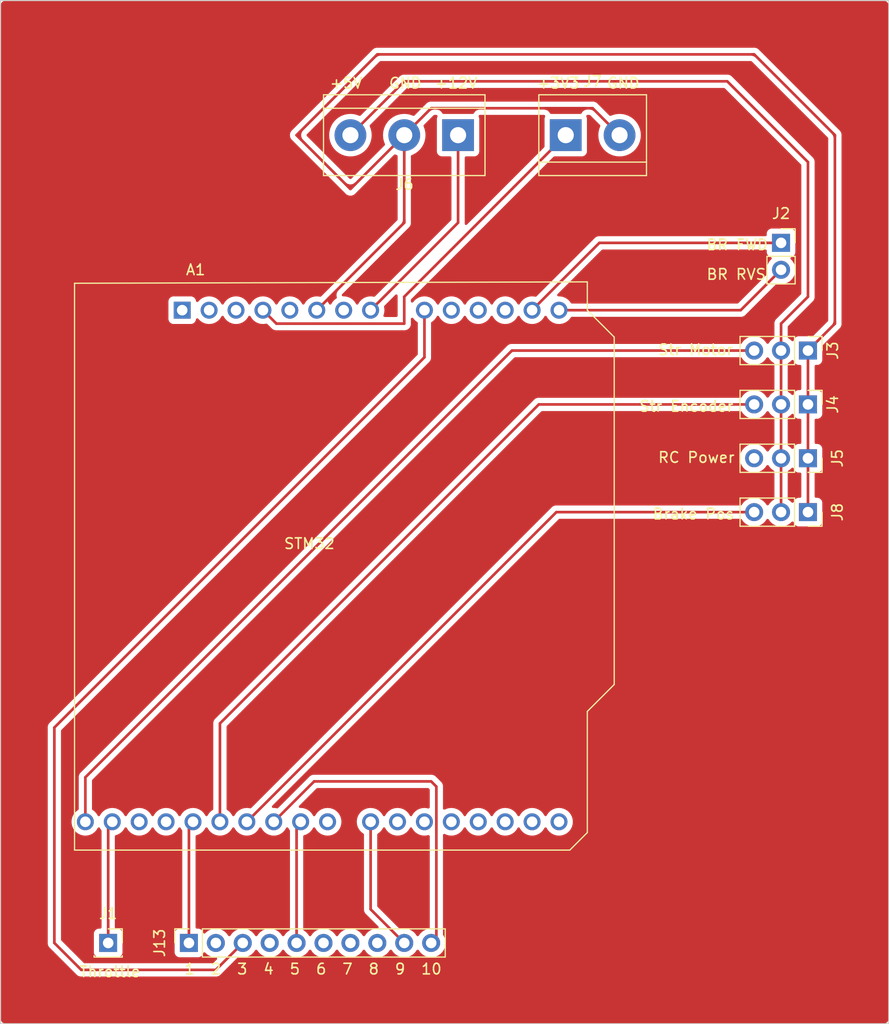
<source format=kicad_pcb>
(kicad_pcb (version 20221018) (generator pcbnew)
  (layers (0 "F.Cu" signal) (31 "B.Cu" signal) (34 "B.Paste" user) (35 "F.Paste" user) (36 "B.SilkS" user "B.Silkscreen") (37 "F.SilkS" user "F.Silkscreen") (38 "B.Mask" user) (39 "F.Mask" user) (44 "Edge.Cuts" user))
  (net 0 "")
  (net 4 "+3V3")
  (net 6 "GND")
  (net 7 "+12V")
  (net 8 "Net-(A1-A0)")
  (net 12 "Net-(J2-Pin_1)")
  (net 13 "Net-(J2-Pin_2)")
  (net 16 "UART")
  (net 21 "Net-(A1-D7)")
  (net 22 "Net-(A1-D9)")
  (net 23 "Net-(A1-D10)")
  (net 24 "Net-(A1-D11)")
  (net 25 "Net-(A1-D12)")
  (net 26 "Net-(A1-D13)")
  (net 28 "Net-(J1-Pin_1)")
  (net 29 "Net-(J3-Pin_3)")
  (net 30 "+5V")
  (footprint "Connector_PinSocket_2.54mm:PinSocket_1x10_P2.54mm_Vertical" (layer "F.Cu") (at 152.4 124.46 90)
    (fp_text reference "J13" (at 0 -2.77 90) (layer "F.SilkS"))
    (fp_text value "RC Channels")
    (fp_line (start -1.33 1.27) (end -1.33 24.19) (stroke (width 0.12)) (layer "F.SilkS"))
    (fp_line (start -1.33 1.27) (end 1.33 1.27) (stroke (width 0.12)) (layer "F.SilkS"))
    (fp_line (start -1.33 24.19) (end 1.33 24.19) (stroke (width 0.12)) (layer "F.SilkS"))
    (fp_line (start 0 -1.33) (end 1.33 -1.33) (stroke (width 0.12)) (layer "F.SilkS"))
    (fp_line (start 1.33 -1.33) (end 1.33 0) (stroke (width 0.12)) (layer "F.SilkS"))
    (fp_line (start 1.33 1.27) (end 1.33 24.19) (stroke (width 0.12)) (layer "F.SilkS"))
    (pad "1" thru_hole rect (at 0 0 90) (size 1.7 1.7) (drill 1) (layers "*.Cu" "*.Mask") (net 26 "Net-(A1-D13)"))
    (pad "2" thru_hole oval (at 0 2.54 90) (size 1.7 1.7) (drill 1) (layers "*.Cu" "*.Mask"))
    (pad "3" thru_hole oval (at 0 5.08 90) (size 1.7 1.7) (drill 1) (layers "*.Cu" "*.Mask") (net 8 "Net-(A1-A0)"))
    (pad "4" thru_hole oval (at 0 7.62 90) (size 1.7 1.7) (drill 1) (layers "*.Cu" "*.Mask"))
    (pad "5" thru_hole oval (at 0 10.16 90) (size 1.7 1.7) (drill 1) (layers "*.Cu" "*.Mask") (net 22 "Net-(A1-D9)"))
    (pad "6" thru_hole oval (at 0 12.7 90) (size 1.7 1.7) (drill 1) (layers "*.Cu" "*.Mask"))
    (pad "7" thru_hole oval (at 0 15.24 90) (size 1.7 1.7) (drill 1) (layers "*.Cu" "*.Mask"))
    (pad "8" thru_hole oval (at 0 17.78 90) (size 1.7 1.7) (drill 1) (layers "*.Cu" "*.Mask"))
    (pad "9" thru_hole oval (at 0 20.32 90) (size 1.7 1.7) (drill 1) (layers "*.Cu" "*.Mask") (net 21 "Net-(A1-D7)"))
    (pad "10" thru_hole oval (at 0 22.86 90) (size 1.7 1.7) (drill 1) (layers "*.Cu" "*.Mask") (net 23 "Net-(A1-D10)"))
  )
  (footprint "Connector_PinHeader_2.54mm:PinHeader_1x03_P2.54mm_Vertical" (layer "F.Cu") (at 210.82 68.58 -90)
    (fp_text reference "J3" (at 0 -2.33 90) (layer "F.SilkS"))
    (fp_text value "SparkMini")
    (fp_line (start -1.33 -1.33) (end 0 -1.33) (stroke (width 0.12)) (layer "F.SilkS"))
    (fp_line (start -1.33 0) (end -1.33 -1.33) (stroke (width 0.12)) (layer "F.SilkS"))
    (fp_line (start -1.33 1.27) (end -1.33 6.41) (stroke (width 0.12)) (layer "F.SilkS"))
    (fp_line (start -1.33 1.27) (end 1.33 1.27) (stroke (width 0.12)) (layer "F.SilkS"))
    (fp_line (start -1.33 6.41) (end 1.33 6.41) (stroke (width 0.12)) (layer "F.SilkS"))
    (fp_line (start 1.33 1.27) (end 1.33 6.41) (stroke (width 0.12)) (layer "F.SilkS"))
    (pad "1" thru_hole rect (at 0 0 270) (size 1.7 1.7) (drill 1) (layers "*.Cu" "*.Mask") (net 6 "GND"))
    (pad "2" thru_hole oval (at 0 2.54 270) (size 1.7 1.7) (drill 1) (layers "*.Cu" "*.Mask") (net 30 "+5V"))
    (pad "3" thru_hole oval (at 0 5.08 270) (size 1.7 1.7) (drill 1) (layers "*.Cu" "*.Mask") (net 29 "Net-(J3-Pin_3)"))
  )
  (footprint "Connector_PinSocket_2.54mm:PinSocket_1x03_P2.54mm_Vertical" (layer "F.Cu") (at 210.82 78.74 -90)
    (fp_text reference "J5" (at 0 -2.77 90) (layer "F.SilkS"))
    (fp_text value "RC Transceiver Power")
    (fp_line (start -1.33 1.27) (end -1.33 6.41) (stroke (width 0.12)) (layer "F.SilkS"))
    (fp_line (start -1.33 1.27) (end 1.33 1.27) (stroke (width 0.12)) (layer "F.SilkS"))
    (fp_line (start -1.33 6.41) (end 1.33 6.41) (stroke (width 0.12)) (layer "F.SilkS"))
    (fp_line (start 0 -1.33) (end 1.33 -1.33) (stroke (width 0.12)) (layer "F.SilkS"))
    (fp_line (start 1.33 -1.33) (end 1.33 0) (stroke (width 0.12)) (layer "F.SilkS"))
    (fp_line (start 1.33 1.27) (end 1.33 6.41) (stroke (width 0.12)) (layer "F.SilkS"))
    (pad "1" thru_hole rect (at 0 0 270) (size 1.7 1.7) (drill 1) (layers "*.Cu" "*.Mask") (net 6 "GND"))
    (pad "2" thru_hole oval (at 0 2.54 270) (size 1.7 1.7) (drill 1) (layers "*.Cu" "*.Mask") (net 30 "+5V"))
    (pad "3" thru_hole oval (at 0 5.08 270) (size 1.7 1.7) (drill 1) (layers "*.Cu" "*.Mask"))
  )
  (footprint "Connector_PinSocket_2.54mm:PinSocket_1x03_P2.54mm_Vertical" (layer "F.Cu") (at 210.82 83.82 -90)
    (fp_text reference "J8" (at 0 -2.77 90) (layer "F.SilkS"))
    (fp_text value "Brakes Position")
    (fp_line (start -1.33 1.27) (end -1.33 6.41) (stroke (width 0.12)) (layer "F.SilkS"))
    (fp_line (start -1.33 1.27) (end 1.33 1.27) (stroke (width 0.12)) (layer "F.SilkS"))
    (fp_line (start -1.33 6.41) (end 1.33 6.41) (stroke (width 0.12)) (layer "F.SilkS"))
    (fp_line (start 0 -1.33) (end 1.33 -1.33) (stroke (width 0.12)) (layer "F.SilkS"))
    (fp_line (start 1.33 -1.33) (end 1.33 0) (stroke (width 0.12)) (layer "F.SilkS"))
    (fp_line (start 1.33 1.27) (end 1.33 6.41) (stroke (width 0.12)) (layer "F.SilkS"))
    (pad "1" thru_hole rect (at 0 0 270) (size 1.7 1.7) (drill 1) (layers "*.Cu" "*.Mask") (net 6 "GND"))
    (pad "2" thru_hole oval (at 0 2.54 270) (size 1.7 1.7) (drill 1) (layers "*.Cu" "*.Mask") (net 30 "+5V"))
    (pad "3" thru_hole oval (at 0 5.08 270) (size 1.7 1.7) (drill 1) (layers "*.Cu" "*.Mask") (net 24 "Net-(A1-D11)"))
  )
  (footprint "Connector_PinSocket_2.54mm:PinSocket_1x02_P2.54mm_Vertical" (layer "F.Cu") (at 208.28 58.42)
    (fp_text reference "J2" (at 0 -2.77) (layer "F.SilkS"))
    (fp_text value "Brake Controller")
    (fp_line (start -1.33 1.27) (end -1.33 3.87) (stroke (width 0.12)) (layer "F.SilkS"))
    (fp_line (start -1.33 1.27) (end 1.33 1.27) (stroke (width 0.12)) (layer "F.SilkS"))
    (fp_line (start -1.33 3.87) (end 1.33 3.87) (stroke (width 0.12)) (layer "F.SilkS"))
    (fp_line (start 0 -1.33) (end 1.33 -1.33) (stroke (width 0.12)) (layer "F.SilkS"))
    (fp_line (start 1.33 -1.33) (end 1.33 0) (stroke (width 0.12)) (layer "F.SilkS"))
    (fp_line (start 1.33 1.27) (end 1.33 3.87) (stroke (width 0.12)) (layer "F.SilkS"))
    (pad "1" thru_hole rect (at 0 0) (size 1.7 1.7) (drill 1) (layers "*.Cu" "*.Mask") (net 12 "Net-(J2-Pin_1)"))
    (pad "2" thru_hole oval (at 0 2.54) (size 1.7 1.7) (drill 1) (layers "*.Cu" "*.Mask") (net 13 "Net-(J2-Pin_2)"))
  )
  (footprint "TerminalBlock:TerminalBlock_bornier-2_P5.08mm" (layer "F.Cu") (at 187.96 48.26)
    (fp_text reference "J7" (at 2.54 -5.08) (layer "F.SilkS"))
    (fp_text value "3v3 Out")
    (fp_line (start -2.54 -3.81) (end -2.54 3.81) (stroke (width 0.12)) (layer "F.SilkS"))
    (fp_line (start -2.54 3.81) (end 7.62 3.81) (stroke (width 0.12)) (layer "F.SilkS"))
    (fp_line (start 7.62 -3.81) (end -2.54 -3.81) (stroke (width 0.12)) (layer "F.SilkS"))
    (fp_line (start 7.62 2.54) (end -2.54 2.54) (stroke (width 0.12)) (layer "F.SilkS"))
    (fp_line (start 7.62 3.81) (end 7.62 -3.81) (stroke (width 0.12)) (layer "F.SilkS"))
    (pad "1" thru_hole rect (at 0 0) (size 3 3) (drill 1.52) (layers "*.Cu" "*.Mask") (net 4 "+3V3"))
    (pad "2" thru_hole circle (at 5.08 0) (size 3 3) (drill 1.52) (layers "*.Cu" "*.Mask") (net 6 "GND"))
  )
  (footprint "Connector_PinSocket_2.54mm:PinSocket_1x01_P2.54mm_Vertical" (layer "F.Cu") (at 144.78 124.46)
    (fp_text reference "J1" (at 0 -2.77) (layer "F.SilkS"))
    (fp_text value "Throttle")
    (fp_line (start -1.33 1.21) (end -1.33 1.33) (stroke (width 0.12)) (layer "F.SilkS"))
    (fp_line (start -1.33 1.33) (end 1.33 1.33) (stroke (width 0.12)) (layer "F.SilkS"))
    (fp_line (start 0 -1.33) (end 1.33 -1.33) (stroke (width 0.12)) (layer "F.SilkS"))
    (fp_line (start 1.33 -1.33) (end 1.33 0) (stroke (width 0.12)) (layer "F.SilkS"))
    (fp_line (start 1.33 1.21) (end 1.33 1.33) (stroke (width 0.12)) (layer "F.SilkS"))
    (pad "1" thru_hole rect (at 0 0) (size 1.7 1.7) (drill 1) (layers "*.Cu" "*.Mask") (net 28 "Net-(J1-Pin_1)"))
  )
  (footprint "Module:Arduino_UNO_R3_Bare" (layer "F.Cu") (at 151.765 64.77)
    (fp_text reference "A1" (at 1.27 -3.81 180) (layer "F.SilkS"))
    (fp_text value "STM32 Nucleo Board")
    (fp_line (start -10.16 -2.54) (end -10.16 50.93) (stroke (width 0.12)) (layer "F.SilkS"))
    (fp_line (start -10.16 50.93) (end 36.58 50.93) (stroke (width 0.12)) (layer "F.SilkS"))
    (fp_line (start 36.58 50.93) (end 38.23 49.28) (stroke (width 0.12)) (layer "F.SilkS"))
    (fp_line (start 38.23 -2.67) (end -10.16 -2.54) (stroke (width 0.12)) (layer "F.SilkS"))
    (fp_line (start 38.23 0) (end 38.23 -2.67) (stroke (width 0.12)) (layer "F.SilkS"))
    (fp_line (start 38.23 37.85) (end 40.77 35.31) (stroke (width 0.12)) (layer "F.SilkS"))
    (fp_line (start 38.23 49.28) (end 38.23 37.85) (stroke (width 0.12)) (layer "F.SilkS"))
    (fp_line (start 40.77 2.54) (end 38.23 0) (stroke (width 0.12)) (layer "F.SilkS"))
    (fp_line (start 40.77 35.31) (end 40.77 2.54) (stroke (width 0.12)) (layer "F.SilkS"))
    (pad "1" thru_hole rect (at 0 0 90) (size 1.6 1.6) (drill 1) (layers "*.Cu" "*.Mask"))
    (pad "2" thru_hole oval (at 2.54 0 90) (size 1.6 1.6) (drill 1) (layers "*.Cu" "*.Mask"))
    (pad "3" thru_hole oval (at 5.08 0 90) (size 1.6 1.6) (drill 1) (layers "*.Cu" "*.Mask"))
    (pad "4" thru_hole oval (at 7.62 0 90) (size 1.6 1.6) (drill 1) (layers "*.Cu" "*.Mask") (net 4 "+3V3"))
    (pad "5" thru_hole oval (at 10.16 0 90) (size 1.6 1.6) (drill 1) (layers "*.Cu" "*.Mask"))
    (pad "6" thru_hole oval (at 12.7 0 90) (size 1.6 1.6) (drill 1) (layers "*.Cu" "*.Mask") (net 6 "GND"))
    (pad "7" thru_hole oval (at 15.24 0 90) (size 1.6 1.6) (drill 1) (layers "*.Cu" "*.Mask"))
    (pad "8" thru_hole oval (at 17.78 0 90) (size 1.6 1.6) (drill 1) (layers "*.Cu" "*.Mask") (net 7 "+12V"))
    (pad "9" thru_hole oval (at 22.86 0 90) (size 1.6 1.6) (drill 1) (layers "*.Cu" "*.Mask") (net 8 "Net-(A1-A0)"))
    (pad "10" thru_hole oval (at 25.4 0 90) (size 1.6 1.6) (drill 1) (layers "*.Cu" "*.Mask"))
    (pad "11" thru_hole oval (at 27.94 0 90) (size 1.6 1.6) (drill 1) (layers "*.Cu" "*.Mask"))
    (pad "12" thru_hole oval (at 30.48 0 90) (size 1.6 1.6) (drill 1) (layers "*.Cu" "*.Mask"))
    (pad "13" thru_hole oval (at 33.02 0 90) (size 1.6 1.6) (drill 1) (layers "*.Cu" "*.Mask") (net 12 "Net-(J2-Pin_1)"))
    (pad "14" thru_hole oval (at 35.56 0 90) (size 1.6 1.6) (drill 1) (layers "*.Cu" "*.Mask") (net 13 "Net-(J2-Pin_2)"))
    (pad "15" thru_hole oval (at 35.56 48.26 90) (size 1.6 1.6) (drill 1) (layers "*.Cu" "*.Mask"))
    (pad "16" thru_hole oval (at 33.02 48.26 90) (size 1.6 1.6) (drill 1) (layers "*.Cu" "*.Mask"))
    (pad "17" thru_hole oval (at 30.48 48.26 90) (size 1.6 1.6) (drill 1) (layers "*.Cu" "*.Mask") (net 16 "UART"))
    (pad "18" thru_hole oval (at 27.94 48.26 90) (size 1.6 1.6) (drill 1) (layers "*.Cu" "*.Mask"))
    (pad "19" thru_hole oval (at 25.4 48.26 90) (size 1.6 1.6) (drill 1) (layers "*.Cu" "*.Mask"))
    (pad "20" thru_hole oval (at 22.86 48.26 90) (size 1.6 1.6) (drill 1) (layers "*.Cu" "*.Mask"))
    (pad "21" thru_hole oval (at 20.32 48.26 90) (size 1.6 1.6) (drill 1) (layers "*.Cu" "*.Mask"))
    (pad "22" thru_hole oval (at 17.78 48.26 90) (size 1.6 1.6) (drill 1) (layers "*.Cu" "*.Mask") (net 21 "Net-(A1-D7)"))
    (pad "23" thru_hole oval (at 13.72 48.26 90) (size 1.6 1.6) (drill 1) (layers "*.Cu" "*.Mask") (net 16 "UART"))
    (pad "24" thru_hole oval (at 11.18 48.26 90) (size 1.6 1.6) (drill 1) (layers "*.Cu" "*.Mask") (net 22 "Net-(A1-D9)"))
    (pad "25" thru_hole oval (at 8.64 48.26 90) (size 1.6 1.6) (drill 1) (layers "*.Cu" "*.Mask") (net 23 "Net-(A1-D10)"))
    (pad "26" thru_hole oval (at 6.1 48.26 90) (size 1.6 1.6) (drill 1) (layers "*.Cu" "*.Mask") (net 24 "Net-(A1-D11)"))
    (pad "27" thru_hole oval (at 3.56 48.26 90) (size 1.6 1.6) (drill 1) (layers "*.Cu" "*.Mask") (net 25 "Net-(A1-D12)"))
    (pad "28" thru_hole oval (at 1.02 48.26 90) (size 1.6 1.6) (drill 1) (layers "*.Cu" "*.Mask") (net 26 "Net-(A1-D13)"))
    (pad "29" thru_hole oval (at -1.52 48.26 90) (size 1.6 1.6) (drill 1) (layers "*.Cu" "*.Mask"))
    (pad "30" thru_hole oval (at -4.06 48.26 90) (size 1.6 1.6) (drill 1) (layers "*.Cu" "*.Mask"))
    (pad "31" thru_hole oval (at -6.6 48.26 90) (size 1.6 1.6) (drill 1) (layers "*.Cu" "*.Mask") (net 28 "Net-(J1-Pin_1)"))
    (pad "32" thru_hole oval (at -9.14 48.26 90) (size 1.6 1.6) (drill 1) (layers "*.Cu" "*.Mask") (net 29 "Net-(J3-Pin_3)"))
  )
  (footprint "Connector_PinHeader_2.54mm:PinHeader_1x03_P2.54mm_Vertical" (layer "F.Cu") (at 210.82 73.66 -90)
    (fp_text reference "J4" (at 0 -2.33 -90) (layer "F.SilkS"))
    (fp_text value "Steering Encoder")
    (fp_line (start -1.33 -1.33) (end 0 -1.33) (stroke (width 0.12)) (layer "F.SilkS"))
    (fp_line (start -1.33 0) (end -1.33 -1.33) (stroke (width 0.12)) (layer "F.SilkS"))
    (fp_line (start -1.33 1.27) (end -1.33 6.41) (stroke (width 0.12)) (layer "F.SilkS"))
    (fp_line (start -1.33 1.27) (end 1.33 1.27) (stroke (width 0.12)) (layer "F.SilkS"))
    (fp_line (start -1.33 6.41) (end 1.33 6.41) (stroke (width 0.12)) (layer "F.SilkS"))
    (fp_line (start 1.33 1.27) (end 1.33 6.41) (stroke (width 0.12)) (layer "F.SilkS"))
    (pad "1" thru_hole rect (at 0 0 270) (size 1.7 1.7) (drill 1) (layers "*.Cu" "*.Mask") (net 6 "GND"))
    (pad "2" thru_hole oval (at 0 2.54 270) (size 1.7 1.7) (drill 1) (layers "*.Cu" "*.Mask") (net 30 "+5V"))
    (pad "3" thru_hole oval (at 0 5.08 270) (size 1.7 1.7) (drill 1) (layers "*.Cu" "*.Mask") (net 25 "Net-(A1-D12)"))
  )
  (footprint "TerminalBlock:TerminalBlock_bornier-3_P5.08mm" (layer "F.Cu") (at 177.8 48.26 180)
    (fp_text reference "J6" (at 5.05 -4.65) (layer "F.SilkS"))
    (fp_text value "Power")
    (fp_line (start -2.54 -3.81) (end 12.7 -3.81) (stroke (width 0.12)) (layer "F.SilkS"))
    (fp_line (start -2.54 2.54) (end 12.7 2.54) (stroke (width 0.12)) (layer "F.SilkS"))
    (fp_line (start -2.54 3.81) (end -2.54 -3.81) (stroke (width 0.12)) (layer "F.SilkS"))
    (fp_line (start -2.54 3.81) (end 12.7 3.81) (stroke (width 0.12)) (layer "F.SilkS"))
    (fp_line (start 12.7 3.81) (end 12.7 -3.81) (stroke (width 0.12)) (layer "F.SilkS"))
    (pad "1" thru_hole rect (at 0 0 180) (size 3 3) (drill 1.52) (layers "*.Cu" "*.Mask") (net 7 "+12V"))
    (pad "2" thru_hole circle (at 5.08 0 180) (size 3 3) (drill 1.52) (layers "*.Cu" "*.Mask") (net 6 "GND"))
    (pad "3" thru_hole circle (at 10.16 0 180) (size 3 3) (drill 1.52) (layers "*.Cu" "*.Mask") (net 30 "+5V"))
  )
  (gr_rect (start 134.62 35.56) (end 218.44 132.08) (stroke (width 0.1)) (fill none) (layer "Edge.Cuts"))
  (gr_text "Brake Pos" (at 196.088 84.582) (layer "F.SilkS") (effects (font (size 1 1)) (justify left bottom)))
  (gr_text "STM32" (at 161.29 87.376) (layer "F.SilkS") (effects (font (size 1 1)) (justify left bottom)))
  (gr_text "+3V3" (at 185.166 43.942) (layer "F.SilkS") (effects (font (size 1 1)) (justify left bottom)))
  (gr_text "RC Power" (at 196.596 79.248) (layer "F.SilkS") (effects (font (size 1 1)) (justify left bottom)))
  (gr_text "Throttle" (at 141.986 127.762) (layer "F.SilkS") (effects (font (size 1 1)) (justify left bottom)))
  (gr_text "BR RVS" (at 201.168 61.976) (layer "F.SilkS") (effects (font (size 1 1)) (justify left bottom)))
  (gr_text "GND" (at 191.77 43.942) (layer "F.SilkS") (effects (font (size 1 1)) (justify left bottom)))
  (gr_text "GND" (at 171.196 43.942) (layer "F.SilkS") (effects (font (size 1 1)) (justify left bottom)))
  (gr_text "+12V" (at 175.514 43.942) (layer "F.SilkS") (effects (font (size 1 1)) (justify left bottom)))
  (gr_text "Str Encoder" (at 194.818 74.422) (layer "F.SilkS") (effects (font (size 1 1)) (justify left bottom)))
  (gr_text "+5V" (at 165.608 43.942) (layer "F.SilkS") (effects (font (size 1 1)) (justify left bottom)))
  (gr_text "Str Motor" (at 196.596 69.088) (layer "F.SilkS") (effects (font (size 1 1)) (justify left bottom)))
  (gr_text "BR FWD" (at 201.168 59.182) (layer "F.SilkS") (effects (font (size 1 1)) (justify left bottom)))
  (gr_text "1  2  3  4  5  6  7  8  9  10" (at 151.892 127.508) (layer "F.SilkS") (effects (font (size 1 1.0025)) (justify left bottom)))
  (segment (start 172.72 63.5) (end 172.72 66.04) (width 0.25) (layer "F.Cu") (net 4))
  (segment (start 172.72 66.04) (end 160.655 66.04) (width 0.25) (layer "F.Cu") (net 4))
  (segment (start 187.96 48.26) (end 172.72 63.5) (width 0.25) (layer "F.Cu") (net 4))
  (segment (start 160.655 66.04) (end 159.385 64.77) (width 0.25) (layer "F.Cu") (net 4))
  (segment (start 210.82 68.58) (end 210.82 73.66) (width 0.25) (layer "F.Cu") (net 6))
  (segment (start 172.72 48.26) (end 172.72 56.515) (width 0.25) (layer "F.Cu") (net 6))
  (segment (start 210.82 73.66) (end 210.82 78.74) (width 0.25) (layer "F.Cu") (net 6))
  (segment (start 190.5 45.72) (end 193.04 48.26) (width 0.25) (layer "F.Cu") (net 6))
  (segment (start 213.36 66.04) (end 210.82 68.58) (width 0.25) (layer "F.Cu") (net 6))
  (segment (start 213.36 48.26) (end 213.36 66.04) (width 0.25) (layer "F.Cu") (net 6))
  (segment (start 170.18 40.64) (end 205.74 40.64) (width 0.25) (layer "F.Cu") (net 6))
  (segment (start 175.26 45.72) (end 190.5 45.72) (width 0.25) (layer "F.Cu") (net 6))
  (segment (start 205.74 40.64) (end 213.36 48.26) (width 0.25) (layer "F.Cu") (net 6))
  (segment (start 162.56 48.26) (end 170.18 40.64) (width 0.25) (layer "F.Cu") (net 6))
  (segment (start 172.72 48.26) (end 167.64 53.34) (width 0.25) (layer "F.Cu") (net 6))
  (segment (start 172.72 48.26) (end 175.26 45.72) (width 0.25) (layer "F.Cu") (net 6))
  (segment (start 210.82 78.74) (end 210.82 83.82) (width 0.25) (layer "F.Cu") (net 6))
  (segment (start 172.72 56.515) (end 164.465 64.77) (width 0.25) (layer "F.Cu") (net 6))
  (segment (start 167.64 53.34) (end 162.56 48.26) (width 0.25) (layer "F.Cu") (net 6))
  (segment (start 177.8 56.515) (end 169.545 64.77) (width 0.25) (layer "F.Cu") (net 7))
  (segment (start 177.8 48.26) (end 177.8 56.515) (width 0.25) (layer "F.Cu") (net 7))
  (segment (start 154.94 127) (end 142.24 127) (width 0.25) (layer "F.Cu") (net 8))
  (segment (start 139.7 124.46) (end 139.7 104.14) (width 0.25) (layer "F.Cu") (net 8))
  (segment (start 157.48 124.46) (end 154.94 127) (width 0.25) (layer "F.Cu") (net 8))
  (segment (start 174.625 69.215) (end 174.625 64.77) (width 0.25) (layer "F.Cu") (net 8))
  (segment (start 142.24 127) (end 139.7 124.46) (width 0.25) (layer "F.Cu") (net 8))
  (segment (start 139.7 104.14) (end 174.625 69.215) (width 0.25) (layer "F.Cu") (net 8))
  (segment (start 191.135 58.42) (end 208.28 58.42) (width 0.25) (layer "F.Cu") (net 12))
  (segment (start 184.785 64.77) (end 191.135 58.42) (width 0.25) (layer "F.Cu") (net 12))
  (segment (start 187.325 64.77) (end 204.47 64.77) (width 0.25) (layer "F.Cu") (net 13))
  (segment (start 204.47 64.77) (end 208.28 60.96) (width 0.25) (layer "F.Cu") (net 13))
  (segment (start 169.545 113.03) (end 169.545 121.285) (width 0.25) (layer "F.Cu") (net 21))
  (segment (start 169.545 121.285) (end 172.72 124.46) (width 0.25) (layer "F.Cu") (net 21))
  (segment (start 162.56 113.415) (end 162.945 113.03) (width 0.25) (layer "F.Cu") (net 22))
  (segment (start 162.56 124.46) (end 162.56 113.415) (width 0.25) (layer "F.Cu") (net 22))
  (segment (start 160.405 113.03) (end 164.215 109.22) (width 0.25) (layer "F.Cu") (net 23))
  (segment (start 175.75 123.97) (end 175.26 124.46) (width 0.25) (layer "F.Cu") (net 23))
  (segment (start 164.215 109.22) (end 175.26 109.22) (width 0.25) (layer "F.Cu") (net 23))
  (segment (start 175.26 109.22) (end 175.75 109.71) (width 0.25) (layer "F.Cu") (net 23))
  (segment (start 175.75 109.71) (end 175.75 123.97) (width 0.25) (layer "F.Cu") (net 23))
  (segment (start 187.075 83.82) (end 157.865 113.03) (width 0.25) (layer "F.Cu") (net 24))
  (segment (start 205.74 83.82) (end 187.075 83.82) (width 0.25) (layer "F.Cu") (net 24))
  (segment (start 205.74 73.66) (end 185.42 73.66) (width 0.25) (layer "F.Cu") (net 25))
  (segment (start 185.42 73.66) (end 155.325 103.755) (width 0.25) (layer "F.Cu") (net 25))
  (segment (start 155.325 103.755) (end 155.325 113.03) (width 0.25) (layer "F.Cu") (net 25))
  (segment (start 152.4 124.46) (end 152.4 113.415) (width 0.25) (layer "F.Cu") (net 26))
  (segment (start 152.4 113.415) (end 152.785 113.03) (width 0.25) (layer "F.Cu") (net 26))
  (segment (start 144.78 124.46) (end 144.78 113.415) (width 0.25) (layer "F.Cu") (net 28))
  (segment (start 144.78 113.415) (end 145.165 113.03) (width 0.25) (layer "F.Cu") (net 28))
  (segment (start 182.88 68.58) (end 142.625 108.835) (width 0.25) (layer "F.Cu") (net 29))
  (segment (start 205.74 68.58) (end 182.88 68.58) (width 0.25) (layer "F.Cu") (net 29))
  (segment (start 142.625 108.835) (end 142.625 113.03) (width 0.25) (layer "F.Cu") (net 29))
  (segment (start 167.64 48.26) (end 172.72 43.18) (width 0.25) (layer "F.Cu") (net 30))
  (segment (start 210.82 50.8) (end 210.82 63.5) (width 0.25) (layer "F.Cu") (net 30))
  (segment (start 172.72 43.18) (end 203.2 43.18) (width 0.25) (layer "F.Cu") (net 30))
  (segment (start 208.28 78.74) (end 208.28 83.82) (width 0.25) (layer "F.Cu") (net 30))
  (segment (start 208.28 73.66) (end 208.28 78.74) (width 0.25) (layer "F.Cu") (net 30))
  (segment (start 203.2 43.18) (end 210.82 50.8) (width 0.25) (layer "F.Cu") (net 30))
  (segment (start 210.82 63.5) (end 208.28 66.04) (width 0.25) (layer "F.Cu") (net 30))
  (segment (start 208.28 68.58) (end 208.28 73.66) (width 0.25) (layer "F.Cu") (net 30))
  (segment (start 208.28 66.04) (end 208.28 68.58) (width 0.25) (layer "F.Cu") (net 30))
  (zone (net 6) (net_name "GND") (layer "F.Cu") (connect_pads (clearance 0.5)) (min_thickness 0.25) (fill yes (thermal_gap 0.5) (thermal_bridge_width 0.5))
    (polygon (pts (xy 134.62 132.08) (xy 134.62 35.56) (xy 218.44 35.56) (xy 218.44 132.08)))
  )
  (zone (net 0) (net_name "") (layer "F.Cu") (priority 1) (connect_pads (clearance 0.5)) (min_thickness 0.25) (fill yes (thermal_gap 0.5) (thermal_bridge_width 0.5) (smoothing fillet) (radius 0.5) (island_removal_mode 1) (island_area_min 10))
    (polygon (pts (xy 134.62 35.56) (xy 218.44 35.56) (xy 218.44 132.08) (xy 134.62 132.08)))
  )
)
</source>
